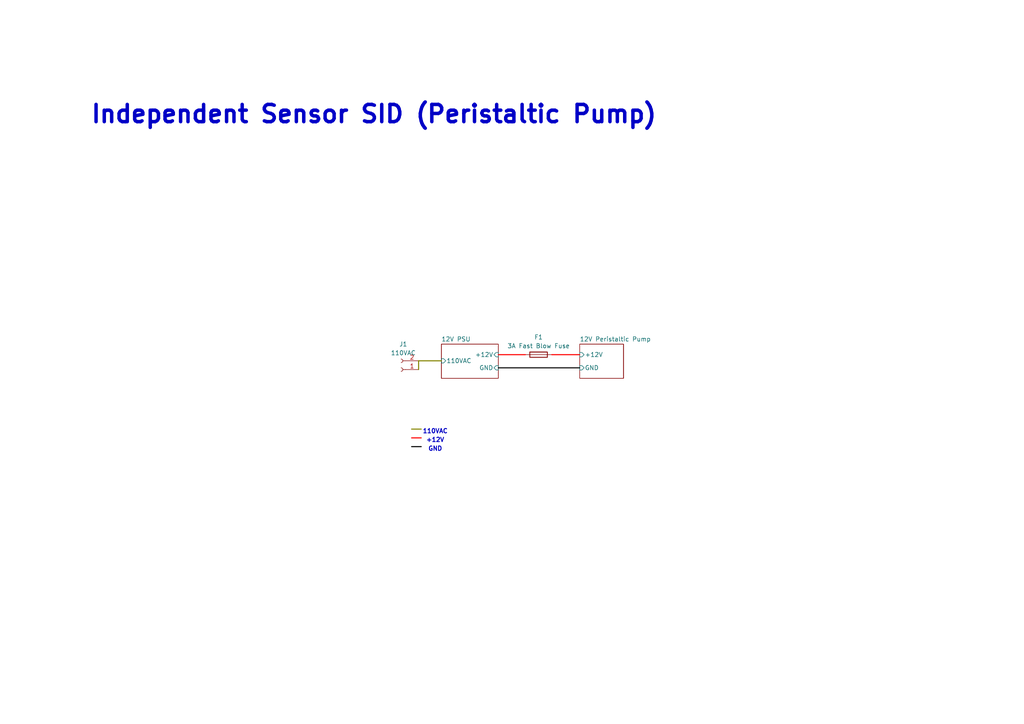
<source format=kicad_sch>
(kicad_sch (version 20241004) (generator "eeschema") (generator_version "8.99")
  (paper "A4")
  (title_block (title "Independent Sensor SID (Peristaltic Pump)") (date "2025-05-22") (rev "V1.0") (company "MUREX Robotics") (comment 4 "Independent Sensor SID (Peristaltic Pump)"))
  (lib_symbols
    (symbol "Connector:Conn_01x02_Socket" (pin_names (offset 1.016) (hide yes))
      (property "Reference" "J" (at 0 2.54 0))
      (property "Value" "Conn_01x02_Socket" (at 0 -5.08 0))
      (symbol "Conn_01x02_Socket_1_1"
        (polyline (pts (xy -1.27 0) (xy -0.508 0)) (stroke (width 0.1524)))
        (polyline (pts (xy -1.27 -2.54) (xy -0.508 -2.54)) (stroke (width 0.1524)))
        (arc (start 0 -0.508) (mid -0.5058 0) (end 0 0.508) (stroke (width 0.1524)))
        (arc (start 0 -3.048) (mid -0.5058 -2.54) (end 0 -2.032) (stroke (width 0.1524)))
        (pin passive line (at -5.08 0 0) (length 3.81) (name "Pin_1") (number "1"))
        (pin passive line (at -5.08 -2.54 0) (length 3.81) (name "Pin_2") (number "2"))
      )
    )
    (symbol "Device:Fuse" (pin_numbers (hide yes)) (pin_names (offset 0))
      (property "Reference" "F" (at 2.032 0 90))
      (property "Value" "Fuse" (at -1.905 0 90))
      (symbol "Fuse_0_1"
        (rectangle (start -0.762 -2.54) (end 0.762 2.54) (stroke (width 0.254)))
        (polyline (pts (xy 0 2.54) (xy 0 -2.54)))
      )
      (symbol "Fuse_1_1"
        (pin passive line (at 0 3.81 270) (length 1.27) (name "~") (number "1"))
        (pin passive line (at 0 -3.81 90) (length 1.27) (name "~") (number "2"))
      )
    )
  )
  (text "GND\n" (at 126.238 130.302 0) (effects (font (size 1.27 1.27) (thickness 0.254) (bold yes))))
  (text "+12V" (at 126.238 127.762 0) (effects (font (size 1.27 1.27) (thickness 0.254) (bold yes))))
  (text "Independent Sensor SID (Peristaltic Pump)" (at 108.458 33.274 0) (effects (font (size 5 5) (thickness 1) (bold yes))))
  (text "110VAC" (at 126.238 125.222 0) (effects (font (size 1.27 1.27) (thickness 0.254) (bold yes))))
  (bus (pts (xy 144.526 102.87) (xy 152.4 102.87)) (stroke (width 0) (color 255 0 0 1)))
  (bus (pts (xy 121.412 104.648) (xy 128.016 104.648)) (stroke (width 0) (color 132 132 0 1)))
  (bus (pts (xy 144.526 106.68) (xy 168.148 106.68)) (stroke (width 0) (color 0 0 0 1)))
  (bus (pts (xy 160.02 102.87) (xy 168.148 102.87)) (stroke (width 0) (color 255 0 0 1)))
  (bus (pts (xy 119.38 124.46) (xy 122.174 124.46)) (stroke (width 0) (color 132 132 0 1)))
  (bus (pts (xy 121.412 107.188) (xy 121.412 104.648)) (stroke (width 0) (color 132 132 0 1)))
  (bus (pts (xy 119.38 129.54) (xy 122.174 129.54)) (stroke (width 0) (color 0 0 0 1)))
  (bus (pts (xy 119.38 127) (xy 122.174 127)) (stroke (width 0) (color 255 0 0 1)))
  (symbol (lib_id "Connector:Conn_01x02_Socket") (at 116.332 107.188 180) (unit 1)
    (property "Reference" "J1" (at 116.967 99.822 0))
    (property "Value" "110VAC" (at 116.967 102.362 0))
    (property "Description" "Generic connector, single row, 01x02, script generated" (effects (hide yes)))
  )
  (symbol (lib_id "Device:Fuse") (at 156.21 102.87 90) (unit 1)
    (property "Reference" "F1" (at 156.21 97.79 90))
    (property "Value" "3A Fast Blow Fuse" (at 156.21 100.33 90))
    (property "Description" "Fuse" (effects (hide yes)))
  )
  (sheet (at 168.148 99.822) (size 12.7 9.906) (stroke (width 0.1524))
    (property "Sheetname" "12V Peristaltic Pump" (at 168.148 99.1104 0) (effects (justify left bottom)))
    (property "Sheetfile" "untitled.kicad_sch" (effects (hide yes)))
    (pin "+12V" input (at 168.148 102.87 180))
    (pin "GND" input (at 168.148 106.68 180))
  )
  (sheet (at 128.016 99.822) (size 16.51 9.906) (stroke (width 0.1524))
    (property "Sheetname" "12V PSU" (at 128.016 99.1104 0) (effects (justify left bottom)))
    (property "Sheetfile" "untitled.kicad_sch" (effects (hide yes)))
    (pin "110VAC" input (at 128.016 104.648 180))
    (pin "+12V" input (at 144.526 102.87 0))
    (pin "GND" input (at 144.526 106.68 0))
  )
)
</source>
